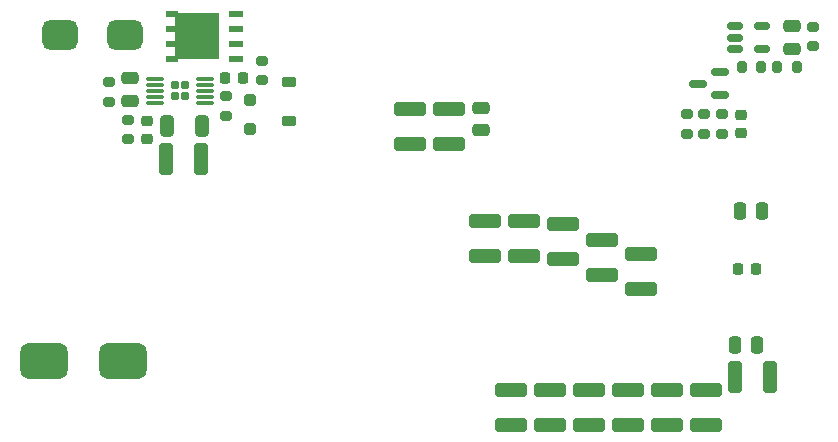
<source format=gbr>
%TF.GenerationSoftware,KiCad,Pcbnew,8.0.4*%
%TF.CreationDate,2024-08-12T18:14:42+02:00*%
%TF.ProjectId,PowerAmpSupply,506f7765-7241-46d7-9053-7570706c792e,rev?*%
%TF.SameCoordinates,Original*%
%TF.FileFunction,Paste,Bot*%
%TF.FilePolarity,Positive*%
%FSLAX46Y46*%
G04 Gerber Fmt 4.6, Leading zero omitted, Abs format (unit mm)*
G04 Created by KiCad (PCBNEW 8.0.4) date 2024-08-12 18:14:42*
%MOMM*%
%LPD*%
G01*
G04 APERTURE LIST*
G04 Aperture macros list*
%AMRoundRect*
0 Rectangle with rounded corners*
0 $1 Rounding radius*
0 $2 $3 $4 $5 $6 $7 $8 $9 X,Y pos of 4 corners*
0 Add a 4 corners polygon primitive as box body*
4,1,4,$2,$3,$4,$5,$6,$7,$8,$9,$2,$3,0*
0 Add four circle primitives for the rounded corners*
1,1,$1+$1,$2,$3*
1,1,$1+$1,$4,$5*
1,1,$1+$1,$6,$7*
1,1,$1+$1,$8,$9*
0 Add four rect primitives between the rounded corners*
20,1,$1+$1,$2,$3,$4,$5,0*
20,1,$1+$1,$4,$5,$6,$7,0*
20,1,$1+$1,$6,$7,$8,$9,0*
20,1,$1+$1,$8,$9,$2,$3,0*%
G04 Aperture macros list end*
%ADD10RoundRect,0.625000X-0.875000X-0.625000X0.875000X-0.625000X0.875000X0.625000X-0.875000X0.625000X0*%
%ADD11RoundRect,0.775000X1.225000X0.775000X-1.225000X0.775000X-1.225000X-0.775000X1.225000X-0.775000X0*%
%ADD12RoundRect,0.170000X-0.170000X-0.210000X0.170000X-0.210000X0.170000X0.210000X-0.170000X0.210000X0*%
%ADD13RoundRect,0.075000X-0.650000X-0.075000X0.650000X-0.075000X0.650000X0.075000X-0.650000X0.075000X0*%
%ADD14RoundRect,0.200000X-0.275000X0.200000X-0.275000X-0.200000X0.275000X-0.200000X0.275000X0.200000X0*%
%ADD15R,1.270000X0.610000*%
%ADD16R,3.810000X3.910000*%
%ADD17R,1.020000X0.610000*%
%ADD18RoundRect,0.250000X-0.250000X0.250000X-0.250000X-0.250000X0.250000X-0.250000X0.250000X0.250000X0*%
%ADD19RoundRect,0.225000X0.375000X-0.225000X0.375000X0.225000X-0.375000X0.225000X-0.375000X-0.225000X0*%
%ADD20RoundRect,0.225000X-0.225000X-0.250000X0.225000X-0.250000X0.225000X0.250000X-0.225000X0.250000X0*%
%ADD21RoundRect,0.250000X-0.325000X-1.100000X0.325000X-1.100000X0.325000X1.100000X-0.325000X1.100000X0*%
%ADD22RoundRect,0.225000X-0.250000X0.225000X-0.250000X-0.225000X0.250000X-0.225000X0.250000X0.225000X0*%
%ADD23RoundRect,0.250000X-0.475000X0.250000X-0.475000X-0.250000X0.475000X-0.250000X0.475000X0.250000X0*%
%ADD24RoundRect,0.250000X-0.325000X-0.650000X0.325000X-0.650000X0.325000X0.650000X-0.325000X0.650000X0*%
%ADD25RoundRect,0.250000X-0.250000X-0.475000X0.250000X-0.475000X0.250000X0.475000X-0.250000X0.475000X0*%
%ADD26RoundRect,0.250000X-1.100000X0.325000X-1.100000X-0.325000X1.100000X-0.325000X1.100000X0.325000X0*%
%ADD27RoundRect,0.250000X1.100000X-0.325000X1.100000X0.325000X-1.100000X0.325000X-1.100000X-0.325000X0*%
%ADD28RoundRect,0.225000X0.250000X-0.225000X0.250000X0.225000X-0.250000X0.225000X-0.250000X-0.225000X0*%
%ADD29RoundRect,0.150000X-0.512500X-0.150000X0.512500X-0.150000X0.512500X0.150000X-0.512500X0.150000X0*%
%ADD30RoundRect,0.150000X0.587500X0.150000X-0.587500X0.150000X-0.587500X-0.150000X0.587500X-0.150000X0*%
%ADD31RoundRect,0.200000X0.275000X-0.200000X0.275000X0.200000X-0.275000X0.200000X-0.275000X-0.200000X0*%
%ADD32RoundRect,0.250000X0.475000X-0.250000X0.475000X0.250000X-0.475000X0.250000X-0.475000X-0.250000X0*%
%ADD33RoundRect,0.200000X0.200000X0.275000X-0.200000X0.275000X-0.200000X-0.275000X0.200000X-0.275000X0*%
G04 APERTURE END LIST*
D10*
%TO.C,L2*%
X118850000Y-82900000D03*
X124350000Y-82900000D03*
%TD*%
D11*
%TO.C,F1*%
X124150000Y-110500000D03*
X117450000Y-110500000D03*
%TD*%
D12*
%TO.C,U5*%
X128580000Y-88070000D03*
X128580000Y-87130000D03*
X129420000Y-88070000D03*
X129420000Y-87130000D03*
D13*
X126850000Y-88600000D03*
X126850000Y-88100000D03*
X126850000Y-87600000D03*
X126850000Y-87100000D03*
X126850000Y-86600000D03*
X131150000Y-86600000D03*
X131150000Y-87100000D03*
X131150000Y-87600000D03*
X131150000Y-88100000D03*
X131150000Y-88600000D03*
%TD*%
D14*
%TO.C,R29*%
X124600000Y-90075000D03*
X124600000Y-91725000D03*
%TD*%
%TO.C,R27*%
X132900000Y-88075000D03*
X132900000Y-89725000D03*
%TD*%
%TO.C,R26*%
X123000000Y-86875000D03*
X123000000Y-88525000D03*
%TD*%
%TO.C,R25*%
X135900000Y-85075000D03*
X135900000Y-86725000D03*
%TD*%
D15*
%TO.C,Q5*%
X133775000Y-81095000D03*
X133775000Y-82365000D03*
X133775000Y-83635000D03*
X133775000Y-84905000D03*
D16*
X130415000Y-83000000D03*
D17*
X128310000Y-81095000D03*
X128310000Y-82365000D03*
X128310000Y-83635000D03*
X128310000Y-84905000D03*
%TD*%
D18*
%TO.C,D6*%
X134900000Y-88350000D03*
X134900000Y-90850000D03*
%TD*%
D19*
%TO.C,D4*%
X138200000Y-90150000D03*
X138200000Y-86850000D03*
%TD*%
D20*
%TO.C,C46*%
X132825000Y-86500000D03*
X134375000Y-86500000D03*
%TD*%
D21*
%TO.C,C45*%
X127825000Y-93400000D03*
X130775000Y-93400000D03*
%TD*%
D22*
%TO.C,C44*%
X126200000Y-90125000D03*
X126200000Y-91675000D03*
%TD*%
D23*
%TO.C,C43*%
X124800000Y-86550000D03*
X124800000Y-88450000D03*
%TD*%
D24*
%TO.C,C41*%
X127925000Y-90600000D03*
X130875000Y-90600000D03*
%TD*%
D25*
%TO.C,C6*%
X175950000Y-109100000D03*
X177850000Y-109100000D03*
%TD*%
D26*
%TO.C,C33*%
X160300000Y-112925000D03*
X160300000Y-115875000D03*
%TD*%
D27*
%TO.C,C23*%
X158100000Y-101575000D03*
X158100000Y-98625000D03*
%TD*%
D26*
%TO.C,C9*%
X151800000Y-89125000D03*
X151800000Y-92075000D03*
%TD*%
D23*
%TO.C,C10*%
X154500000Y-89050000D03*
X154500000Y-90950000D03*
%TD*%
D26*
%TO.C,C29*%
X173500000Y-112925000D03*
X173500000Y-115875000D03*
%TD*%
D27*
%TO.C,C24*%
X154800000Y-101575000D03*
X154800000Y-98625000D03*
%TD*%
D28*
%TO.C,C14*%
X176500000Y-91175000D03*
X176500000Y-89625000D03*
%TD*%
D14*
%TO.C,R15*%
X173400000Y-89575000D03*
X173400000Y-91225000D03*
%TD*%
%TO.C,R16*%
X171900000Y-89575000D03*
X171900000Y-91225000D03*
%TD*%
D26*
%TO.C,C34*%
X157000000Y-112925000D03*
X157000000Y-115875000D03*
%TD*%
D29*
%TO.C,U3*%
X175962500Y-84050000D03*
X175962500Y-83100000D03*
X175962500Y-82150000D03*
X178237500Y-82150000D03*
X178237500Y-84050000D03*
%TD*%
D26*
%TO.C,C30*%
X170200000Y-112925000D03*
X170200000Y-115875000D03*
%TD*%
D30*
%TO.C,U2*%
X174737500Y-86050000D03*
X174737500Y-87950000D03*
X172862500Y-87000000D03*
%TD*%
D21*
%TO.C,C25*%
X176025000Y-111800000D03*
X178975000Y-111800000D03*
%TD*%
D25*
%TO.C,C11*%
X176400000Y-97800000D03*
X178300000Y-97800000D03*
%TD*%
D31*
%TO.C,R17*%
X174900000Y-91225000D03*
X174900000Y-89575000D03*
%TD*%
D27*
%TO.C,C22*%
X161400000Y-101875000D03*
X161400000Y-98925000D03*
%TD*%
D32*
%TO.C,C36*%
X180800000Y-84050000D03*
X180800000Y-82150000D03*
%TD*%
D26*
%TO.C,C31*%
X166900000Y-112925000D03*
X166900000Y-115875000D03*
%TD*%
D27*
%TO.C,C21*%
X164700000Y-103175000D03*
X164700000Y-100225000D03*
%TD*%
D20*
%TO.C,C5*%
X176225000Y-102700000D03*
X177775000Y-102700000D03*
%TD*%
D26*
%TO.C,C8*%
X148500000Y-89125000D03*
X148500000Y-92075000D03*
%TD*%
D33*
%TO.C,R19*%
X181225000Y-85600000D03*
X179575000Y-85600000D03*
%TD*%
D14*
%TO.C,R22*%
X182600000Y-82175000D03*
X182600000Y-83825000D03*
%TD*%
D26*
%TO.C,C32*%
X163600000Y-112925000D03*
X163600000Y-115875000D03*
%TD*%
D27*
%TO.C,C20*%
X168000000Y-104375000D03*
X168000000Y-101425000D03*
%TD*%
D33*
%TO.C,R21*%
X178225000Y-85600000D03*
X176575000Y-85600000D03*
%TD*%
M02*

</source>
